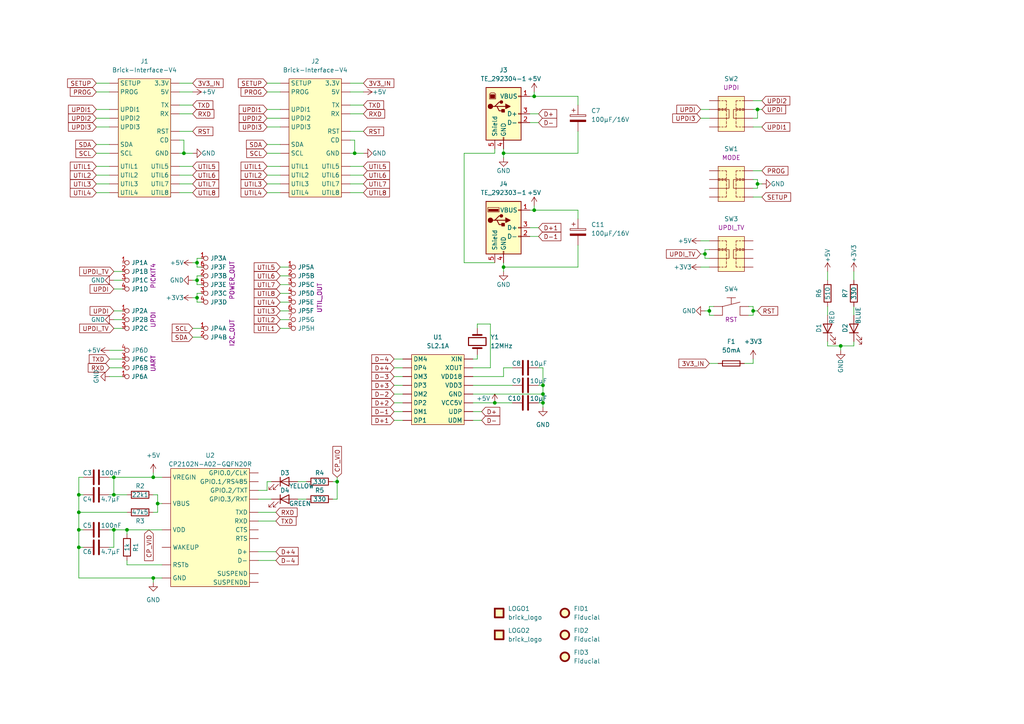
<source format=kicad_sch>
(kicad_sch (version 20211123) (generator eeschema)
  (paper "A4")
  (junction (at 157.48 114.3))
  (junction (at 102.87 44.45))
  (junction (at 146.05 77.47))
  (junction (at 154.94 27.94))
  (junction (at 57.15 86.36))
  (junction (at 33.02 153.67))
  (junction (at 219.71 31.75))
  (junction (at 143.51 116.84))
  (junction (at 36.83 153.67))
  (junction (at 22.86 148.59))
  (junction (at 22.86 143.51))
  (junction (at 44.45 167.64))
  (junction (at 97.79 139.7))
  (junction (at 53.34 44.45))
  (junction (at 44.45 138.43))
  (junction (at 154.94 60.96))
  (junction (at 57.15 76.2))
  (junction (at 204.47 73.66))
  (junction (at 33.02 143.51))
  (junction (at 57.15 81.28))
  (junction (at 45.72 146.05))
  (junction (at 22.86 153.67))
  (junction (at 33.02 138.43))
  (junction (at 22.86 158.75))
  (junction (at 157.48 111.76))
  (junction (at 243.84 100.33))
  (junction (at 205.74 90.17))
  (junction (at 146.05 44.45))
  (junction (at 219.71 53.34))
  (junction (at 157.48 116.84))
  (junction (at 218.44 90.17))
  (wire (pts (xy 218.44 90.17) (xy 218.44 91.44)))
  (wire (pts (xy 52.07 48.26) (xy 55.88 48.26)))
  (wire (pts (xy 81.28 87.63) (xy 83.82 87.63)))
  (wire (pts (xy 27.94 24.13) (xy 31.75 24.13)))
  (wire (pts (xy 22.86 143.51) (xy 22.86 148.59)))
  (wire (pts (xy 114.3 114.3) (xy 116.84 114.3)))
  (wire (pts (xy 205.74 72.39) (xy 204.47 72.39)))
  (wire (pts (xy 77.47 55.88) (xy 81.28 55.88)))
  (wire (pts (xy 86.36 139.7) (xy 88.9 139.7)))
  (wire (pts (xy 36.83 153.67) (xy 46.99 153.67)))
  (wire (pts (xy 247.65 78.74) (xy 247.65 81.28)))
  (wire (pts (xy 114.3 121.92) (xy 116.84 121.92)))
  (wire (pts (xy 33.02 92.71) (xy 35.56 92.71)))
  (wire (pts (xy 137.16 106.68) (xy 142.24 106.68)))
  (wire (pts (xy 33.02 81.28) (xy 35.56 81.28)))
  (wire (pts (xy 240.03 88.9) (xy 240.03 91.44)))
  (wire (pts (xy 27.94 44.45) (xy 31.75 44.45)))
  (wire (pts (xy 52.07 24.13) (xy 55.88 24.13)))
  (wire (pts (xy 44.45 148.59) (xy 45.72 148.59)))
  (wire (pts (xy 44.45 138.43) (xy 46.99 138.43)))
  (wire (pts (xy 53.34 44.45) (xy 55.88 44.45)))
  (wire (pts (xy 247.65 88.9) (xy 247.65 91.44)))
  (wire (pts (xy 22.86 153.67) (xy 22.86 158.75)))
  (wire (pts (xy 78.74 139.7) (xy 77.47 139.7)))
  (wire (pts (xy 77.47 53.34) (xy 81.28 53.34)))
  (wire (pts (xy 45.72 146.05) (xy 46.99 146.05)))
  (wire (pts (xy 219.71 52.07) (xy 218.44 52.07)))
  (wire (pts (xy 55.88 86.36) (xy 57.15 86.36)))
  (wire (pts (xy 57.15 76.2) (xy 57.15 77.47)))
  (wire (pts (xy 167.64 38.1) (xy 167.64 44.45)))
  (wire (pts (xy 77.47 31.75) (xy 81.28 31.75)))
  (wire (pts (xy 55.88 95.25) (xy 58.42 95.25)))
  (wire (pts (xy 97.79 144.78) (xy 96.52 144.78)))
  (wire (pts (xy 33.02 153.67) (xy 36.83 153.67)))
  (wire (pts (xy 52.07 26.67) (xy 55.88 26.67)))
  (wire (pts (xy 240.03 78.74) (xy 240.03 81.28)))
  (wire (pts (xy 134.62 44.45) (xy 134.62 76.2)))
  (wire (pts (xy 27.94 36.83) (xy 31.75 36.83)))
  (wire (pts (xy 215.9 105.41) (xy 218.44 105.41)))
  (wire (pts (xy 153.67 35.56) (xy 156.21 35.56)))
  (wire (pts (xy 27.94 55.88) (xy 31.75 55.88)))
  (wire (pts (xy 137.16 119.38) (xy 139.7 119.38)))
  (wire (pts (xy 218.44 49.53) (xy 220.98 49.53)))
  (wire (pts (xy 52.07 53.34) (xy 55.88 53.34)))
  (wire (pts (xy 58.42 82.55) (xy 57.15 82.55)))
  (wire (pts (xy 218.44 57.15) (xy 220.98 57.15)))
  (wire (pts (xy 207.01 88.9) (xy 205.74 88.9)))
  (wire (pts (xy 143.51 43.18) (xy 143.51 44.45)))
  (wire (pts (xy 81.28 95.25) (xy 83.82 95.25)))
  (wire (pts (xy 114.3 111.76) (xy 116.84 111.76)))
  (wire (pts (xy 52.07 50.8) (xy 55.88 50.8)))
  (wire (pts (xy 52.07 44.45) (xy 53.34 44.45)))
  (wire (pts (xy 143.51 116.84) (xy 148.59 116.84)))
  (wire (pts (xy 58.42 77.47) (xy 57.15 77.47)))
  (wire (pts (xy 33.02 138.43) (xy 33.02 143.51)))
  (wire (pts (xy 137.16 114.3) (xy 157.48 114.3)))
  (wire (pts (xy 31.75 106.68) (xy 35.56 106.68)))
  (wire (pts (xy 203.2 34.29) (xy 205.74 34.29)))
  (wire (pts (xy 138.43 93.98) (xy 138.43 95.25)))
  (wire (pts (xy 33.02 95.25) (xy 35.56 95.25)))
  (wire (pts (xy 146.05 43.18) (xy 146.05 44.45)))
  (wire (pts (xy 52.07 33.02) (xy 55.88 33.02)))
  (wire (pts (xy 205.74 88.9) (xy 205.74 90.17)))
  (wire (pts (xy 167.64 44.45) (xy 146.05 44.45)))
  (wire (pts (xy 137.16 111.76) (xy 148.59 111.76)))
  (wire (pts (xy 146.05 77.47) (xy 146.05 78.74)))
  (wire (pts (xy 77.47 142.24) (xy 74.93 142.24)))
  (wire (pts (xy 154.94 60.96) (xy 167.64 60.96)))
  (wire (pts (xy 31.75 158.75) (xy 33.02 158.75)))
  (wire (pts (xy 218.44 31.75) (xy 219.71 31.75)))
  (wire (pts (xy 220.98 53.34) (xy 219.71 53.34)))
  (wire (pts (xy 157.48 111.76) (xy 157.48 114.3)))
  (wire (pts (xy 203.2 77.47) (xy 205.74 77.47)))
  (wire (pts (xy 204.47 90.17) (xy 205.74 90.17)))
  (wire (pts (xy 101.6 48.26) (xy 105.41 48.26)))
  (wire (pts (xy 154.94 26.67) (xy 154.94 27.94)))
  (wire (pts (xy 33.02 90.17) (xy 35.56 90.17)))
  (wire (pts (xy 218.44 36.83) (xy 220.98 36.83)))
  (wire (pts (xy 27.94 53.34) (xy 31.75 53.34)))
  (wire (pts (xy 22.86 153.67) (xy 24.13 153.67)))
  (wire (pts (xy 137.16 109.22) (xy 146.05 109.22)))
  (wire (pts (xy 154.94 59.69) (xy 154.94 60.96)))
  (wire (pts (xy 31.75 138.43) (xy 33.02 138.43)))
  (wire (pts (xy 22.86 158.75) (xy 22.86 167.64)))
  (wire (pts (xy 22.86 148.59) (xy 36.83 148.59)))
  (wire (pts (xy 204.47 73.66) (xy 204.47 74.93)))
  (wire (pts (xy 217.17 91.44) (xy 218.44 91.44)))
  (wire (pts (xy 157.48 114.3) (xy 157.48 116.84)))
  (wire (pts (xy 240.03 100.33) (xy 243.84 100.33)))
  (wire (pts (xy 167.64 63.5) (xy 167.64 60.96)))
  (wire (pts (xy 57.15 86.36) (xy 57.15 87.63)))
  (wire (pts (xy 31.75 109.22) (xy 35.56 109.22)))
  (wire (pts (xy 157.48 106.68) (xy 157.48 111.76)))
  (wire (pts (xy 57.15 80.01) (xy 57.15 81.28)))
  (wire (pts (xy 143.51 44.45) (xy 134.62 44.45)))
  (wire (pts (xy 101.6 24.13) (xy 105.41 24.13)))
  (wire (pts (xy 33.02 138.43) (xy 44.45 138.43)))
  (wire (pts (xy 134.62 76.2) (xy 143.51 76.2)))
  (wire (pts (xy 243.84 100.33) (xy 243.84 101.6)))
  (wire (pts (xy 157.48 116.84) (xy 157.48 118.11)))
  (wire (pts (xy 52.07 40.64) (xy 53.34 40.64)))
  (wire (pts (xy 57.15 81.28) (xy 57.15 82.55)))
  (wire (pts (xy 101.6 33.02) (xy 105.41 33.02)))
  (wire (pts (xy 114.3 106.68) (xy 116.84 106.68)))
  (wire (pts (xy 52.07 30.48) (xy 55.88 30.48)))
  (wire (pts (xy 58.42 85.09) (xy 57.15 85.09)))
  (wire (pts (xy 33.02 78.74) (xy 35.56 78.74)))
  (wire (pts (xy 27.94 26.67) (xy 31.75 26.67)))
  (wire (pts (xy 146.05 106.68) (xy 146.05 109.22)))
  (wire (pts (xy 101.6 40.64) (xy 102.87 40.64)))
  (wire (pts (xy 154.94 27.94) (xy 167.64 27.94)))
  (wire (pts (xy 97.79 138.43) (xy 97.79 139.7)))
  (wire (pts (xy 156.21 106.68) (xy 157.48 106.68)))
  (wire (pts (xy 22.86 158.75) (xy 24.13 158.75)))
  (wire (pts (xy 52.07 55.88) (xy 55.88 55.88)))
  (wire (pts (xy 74.93 160.02) (xy 80.01 160.02)))
  (wire (pts (xy 207.01 91.44) (xy 205.74 91.44)))
  (wire (pts (xy 22.86 167.64) (xy 44.45 167.64)))
  (wire (pts (xy 81.28 77.47) (xy 83.82 77.47)))
  (wire (pts (xy 31.75 104.14) (xy 35.56 104.14)))
  (wire (pts (xy 77.47 26.67) (xy 81.28 26.67)))
  (wire (pts (xy 77.47 34.29) (xy 81.28 34.29)))
  (wire (pts (xy 81.28 80.01) (xy 83.82 80.01)))
  (wire (pts (xy 96.52 139.7) (xy 97.79 139.7)))
  (wire (pts (xy 156.21 111.76) (xy 157.48 111.76)))
  (wire (pts (xy 77.47 41.91) (xy 81.28 41.91)))
  (wire (pts (xy 53.34 40.64) (xy 53.34 44.45)))
  (wire (pts (xy 44.45 167.64) (xy 46.99 167.64)))
  (wire (pts (xy 153.67 60.96) (xy 154.94 60.96)))
  (wire (pts (xy 81.28 92.71) (xy 83.82 92.71)))
  (wire (pts (xy 114.3 119.38) (xy 116.84 119.38)))
  (wire (pts (xy 77.47 24.13) (xy 81.28 24.13)))
  (wire (pts (xy 101.6 26.67) (xy 105.41 26.67)))
  (wire (pts (xy 58.42 80.01) (xy 57.15 80.01)))
  (wire (pts (xy 218.44 34.29) (xy 219.71 34.29)))
  (wire (pts (xy 153.67 68.58) (xy 156.21 68.58)))
  (wire (pts (xy 219.71 31.75) (xy 219.71 34.29)))
  (wire (pts (xy 77.47 36.83) (xy 81.28 36.83)))
  (wire (pts (xy 33.02 158.75) (xy 33.02 153.67)))
  (wire (pts (xy 77.47 139.7) (xy 77.47 142.24)))
  (wire (pts (xy 137.16 116.84) (xy 143.51 116.84)))
  (wire (pts (xy 36.83 163.83) (xy 36.83 162.56)))
  (wire (pts (xy 138.43 102.87) (xy 138.43 104.14)))
  (wire (pts (xy 142.24 93.98) (xy 138.43 93.98)))
  (wire (pts (xy 58.42 87.63) (xy 57.15 87.63)))
  (wire (pts (xy 31.75 101.6) (xy 35.56 101.6)))
  (wire (pts (xy 27.94 41.91) (xy 31.75 41.91)))
  (wire (pts (xy 52.07 38.1) (xy 55.88 38.1)))
  (wire (pts (xy 55.88 76.2) (xy 57.15 76.2)))
  (wire (pts (xy 101.6 53.34) (xy 105.41 53.34)))
  (wire (pts (xy 217.17 88.9) (xy 218.44 88.9)))
  (wire (pts (xy 45.72 148.59) (xy 45.72 146.05)))
  (wire (pts (xy 101.6 30.48) (xy 105.41 30.48)))
  (wire (pts (xy 44.45 137.16) (xy 44.45 138.43)))
  (wire (pts (xy 114.3 104.14) (xy 116.84 104.14)))
  (wire (pts (xy 101.6 38.1) (xy 105.41 38.1)))
  (wire (pts (xy 153.67 33.02) (xy 156.21 33.02)))
  (wire (pts (xy 97.79 139.7) (xy 97.79 144.78)))
  (wire (pts (xy 45.72 143.51) (xy 45.72 146.05)))
  (wire (pts (xy 24.13 138.43) (xy 22.86 138.43)))
  (wire (pts (xy 36.83 153.67) (xy 36.83 154.94)))
  (wire (pts (xy 142.24 106.68) (xy 142.24 93.98)))
  (wire (pts (xy 219.71 31.75) (xy 220.98 31.75)))
  (wire (pts (xy 46.99 163.83) (xy 36.83 163.83)))
  (wire (pts (xy 77.47 44.45) (xy 81.28 44.45)))
  (wire (pts (xy 203.2 73.66) (xy 204.47 73.66)))
  (wire (pts (xy 81.28 90.17) (xy 83.82 90.17)))
  (wire (pts (xy 86.36 144.78) (xy 88.9 144.78)))
  (wire (pts (xy 153.67 66.04) (xy 156.21 66.04)))
  (wire (pts (xy 203.2 31.75) (xy 205.74 31.75)))
  (wire (pts (xy 243.84 100.33) (xy 247.65 100.33)))
  (wire (pts (xy 102.87 44.45) (xy 105.41 44.45)))
  (wire (pts (xy 218.44 90.17) (xy 219.71 90.17)))
  (wire (pts (xy 247.65 99.06) (xy 247.65 100.33)))
  (wire (pts (xy 44.45 167.64) (xy 44.45 168.91)))
  (wire (pts (xy 101.6 55.88) (xy 105.41 55.88)))
  (wire (pts (xy 218.44 29.21) (xy 220.98 29.21)))
  (wire (pts (xy 77.47 50.8) (xy 81.28 50.8)))
  (wire (pts (xy 219.71 53.34) (xy 219.71 54.61)))
  (wire (pts (xy 55.88 97.79) (xy 58.42 97.79)))
  (wire (pts (xy 27.94 48.26) (xy 31.75 48.26)))
  (wire (pts (xy 58.42 74.93) (xy 57.15 74.93)))
  (wire (pts (xy 146.05 76.2) (xy 146.05 77.47)))
  (wire (pts (xy 148.59 106.68) (xy 146.05 106.68)))
  (wire (pts (xy 219.71 53.34) (xy 219.71 52.07)))
  (wire (pts (xy 55.88 81.28) (xy 57.15 81.28)))
  (wire (pts (xy 22.86 143.51) (xy 24.13 143.51)))
  (wire (pts (xy 27.94 50.8) (xy 31.75 50.8)))
  (wire (pts (xy 153.67 27.94) (xy 154.94 27.94)))
  (wire (pts (xy 81.28 82.55) (xy 83.82 82.55)))
  (wire (pts (xy 44.45 143.51) (xy 45.72 143.51)))
  (wire (pts (xy 31.75 143.51) (xy 33.02 143.51)))
  (wire (pts (xy 31.75 153.67) (xy 33.02 153.67)))
  (wire (pts (xy 218.44 104.14) (xy 218.44 105.41)))
  (wire (pts (xy 57.15 85.09) (xy 57.15 86.36)))
  (wire (pts (xy 205.74 105.41) (xy 208.28 105.41)))
  (wire (pts (xy 205.74 74.93) (xy 204.47 74.93)))
  (wire (pts (xy 74.93 162.56) (xy 80.01 162.56)))
  (wire (pts (xy 137.16 104.14) (xy 138.43 104.14)))
  (wire (pts (xy 218.44 88.9) (xy 218.44 90.17)))
  (wire (pts (xy 167.64 71.12) (xy 167.64 77.47)))
  (wire (pts (xy 81.28 85.09) (xy 83.82 85.09)))
  (wire (pts (xy 74.93 151.13) (xy 80.01 151.13)))
  (wire (pts (xy 74.93 148.59) (xy 80.01 148.59)))
  (wire (pts (xy 22.86 138.43) (xy 22.86 143.51)))
  (wire (pts (xy 101.6 50.8) (xy 105.41 50.8)))
  (wire (pts (xy 102.87 40.64) (xy 102.87 44.45)))
  (wire (pts (xy 156.21 116.84) (xy 157.48 116.84)))
  (wire (pts (xy 77.47 48.26) (xy 81.28 48.26)))
  (wire (pts (xy 204.47 72.39) (xy 204.47 73.66)))
  (wire (pts (xy 167.64 77.47) (xy 146.05 77.47)))
  (wire (pts (xy 240.03 99.06) (xy 240.03 100.33)))
  (wire (pts (xy 167.64 30.48) (xy 167.64 27.94)))
  (wire (pts (xy 146.05 44.45) (xy 146.05 45.72)))
  (wire (pts (xy 114.3 109.22) (xy 116.84 109.22)))
  (wire (pts (xy 33.02 143.51) (xy 36.83 143.51)))
  (wire (pts (xy 57.15 74.93) (xy 57.15 76.2)))
  (wire (pts (xy 27.94 34.29) (xy 31.75 34.29)))
  (wire (pts (xy 27.94 31.75) (xy 31.75 31.75)))
  (wire (pts (xy 22.86 148.59) (xy 22.86 153.67)))
  (wire (pts (xy 218.44 54.61) (xy 219.71 54.61)))
  (wire (pts (xy 101.6 44.45) (xy 102.87 44.45)))
  (wire (pts (xy 137.16 121.92) (xy 139.7 121.92)))
  (wire (pts (xy 33.02 83.82) (xy 35.56 83.82)))
  (wire (pts (xy 205.74 90.17) (xy 205.74 91.44)))
  (wire (pts (xy 74.93 144.78) (xy 78.74 144.78)))
  (wire (pts (xy 203.2 69.85) (xy 205.74 69.85)))
  (wire (pts (xy 114.3 116.84) (xy 116.84 116.84)))
  (global_label "UTIL3" (shape input) (at 81.28 90.17 180) (property "Referenzen zwischen Schaltplänen" "${INTERSHEET_REFS}" (effects hide)))
  (global_label "SETUP" (shape input) (at 27.94 24.13 180) (property "Referenzen zwischen Schaltplänen" "${INTERSHEET_REFS}" (effects hide)))
  (global_label "UTIL4" (shape input) (at 77.47 55.88 180) (property "Referenzen zwischen Schaltplänen" "${INTERSHEET_REFS}" (effects hide)))
  (global_label "UTIL4" (shape input) (at 81.28 87.63 180) (property "Referenzen zwischen Schaltplänen" "${INTERSHEET_REFS}" (effects hide)))
  (global_label "UTIL6" (shape input) (at 105.41 50.8 0) (property "Referenzen zwischen Schaltplänen" "${INTERSHEET_REFS}" (effects hide)))
  (global_label "UTIL1" (shape input) (at 77.47 48.26 180) (property "Referenzen zwischen Schaltplänen" "${INTERSHEET_REFS}" (effects hide)))
  (global_label "UTIL1" (shape input) (at 81.28 95.25 180) (property "Referenzen zwischen Schaltplänen" "${INTERSHEET_REFS}" (effects hide)))
  (global_label "UPDI" (shape input) (at 33.02 90.17 180) (property "Referenzen zwischen Schaltplänen" "${INTERSHEET_REFS}" (effects hide)))
  (global_label "SDA" (shape input) (at 27.94 41.91 180) (property "Referenzen zwischen Schaltplänen" "${INTERSHEET_REFS}" (effects hide)))
  (global_label "UPDI" (shape input) (at 33.02 83.82 180) (property "Referenzen zwischen Schaltplänen" "${INTERSHEET_REFS}" (effects hide)))
  (global_label "UTIL5" (shape input) (at 55.88 48.26 0) (property "Referenzen zwischen Schaltplänen" "${INTERSHEET_REFS}" (effects hide)))
  (global_label "SETUP" (shape input) (at 220.98 57.15 0) (property "Referenzen zwischen Schaltplänen" "${INTERSHEET_REFS}" (effects hide)))
  (global_label "RXD" (shape input) (at 105.41 33.02 0) (property "Referenzen zwischen Schaltplänen" "${INTERSHEET_REFS}" (effects hide)))
  (global_label "3V3_IN" (shape input) (at 205.74 105.41 180) (property "Referenzen zwischen Schaltplänen" "${INTERSHEET_REFS}" (effects hide)))
  (global_label "UTIL5" (shape input) (at 81.28 77.47 180) (property "Referenzen zwischen Schaltplänen" "${INTERSHEET_REFS}" (effects hide)))
  (global_label "TXD" (shape input) (at 105.41 30.48 0) (property "Referenzen zwischen Schaltplänen" "${INTERSHEET_REFS}" (effects hide)))
  (global_label "SCL" (shape input) (at 27.94 44.45 180) (property "Referenzen zwischen Schaltplänen" "${INTERSHEET_REFS}" (effects hide)))
  (global_label "CP_VIO" (shape input) (at 97.79 138.43 90) (property "Referenzen zwischen Schaltplänen" "${INTERSHEET_REFS}" (effects hide)))
  (global_label "D-1" (shape input) (at 156.21 68.58 0) (property "Referenzen zwischen Schaltplänen" "${INTERSHEET_REFS}" (effects hide)))
  (global_label "D+4" (shape input) (at 80.01 160.02 0) (property "Referenzen zwischen Schaltplänen" "${INTERSHEET_REFS}" (effects hide)))
  (global_label "TXD" (shape input) (at 80.01 151.13 0) (property "Referenzen zwischen Schaltplänen" "${INTERSHEET_REFS}" (effects hide)))
  (global_label "PROG" (shape input) (at 77.47 26.67 180) (property "Referenzen zwischen Schaltplänen" "${INTERSHEET_REFS}" (effects hide)))
  (global_label "UPDI_TV" (shape input) (at 33.02 95.25 180) (property "Referenzen zwischen Schaltplänen" "${INTERSHEET_REFS}" (effects hide)))
  (global_label "RST" (shape input) (at 219.71 90.17 0) (property "Referenzen zwischen Schaltplänen" "${INTERSHEET_REFS}" (effects hide)))
  (global_label "UTIL6" (shape input) (at 81.28 80.01 180) (property "Referenzen zwischen Schaltplänen" "${INTERSHEET_REFS}" (effects hide)))
  (global_label "D-" (shape input) (at 156.21 35.56 0) (property "Referenzen zwischen Schaltplänen" "${INTERSHEET_REFS}" (effects hide)))
  (global_label "UTIL8" (shape input) (at 55.88 55.88 0) (property "Referenzen zwischen Schaltplänen" "${INTERSHEET_REFS}" (effects hide)))
  (global_label "UPDI3" (shape input) (at 27.94 36.83 180) (property "Referenzen zwischen Schaltplänen" "${INTERSHEET_REFS}" (effects hide)))
  (global_label "UTIL3" (shape input) (at 27.94 53.34 180) (property "Referenzen zwischen Schaltplänen" "${INTERSHEET_REFS}" (effects hide)))
  (global_label "UTIL2" (shape input) (at 27.94 50.8 180) (property "Referenzen zwischen Schaltplänen" "${INTERSHEET_REFS}" (effects hide)))
  (global_label "3V3_IN" (shape input) (at 55.88 24.13 0) (property "Referenzen zwischen Schaltplänen" "${INTERSHEET_REFS}" (effects hide)))
  (global_label "UPDI1" (shape input) (at 220.98 36.83 0) (property "Referenzen zwischen Schaltplänen" "${INTERSHEET_REFS}" (effects hide)))
  (global_label "UPDI3" (shape input) (at 77.47 36.83 180) (property "Referenzen zwischen Schaltplänen" "${INTERSHEET_REFS}" (effects hide)))
  (global_label "CP_VIO" (shape input) (at 43.18 153.67 270) (property "Referenzen zwischen Schaltplänen" "${INTERSHEET_REFS}" (effects hide)))
  (global_label "UTIL7" (shape input) (at 81.28 82.55 180) (property "Referenzen zwischen Schaltplänen" "${INTERSHEET_REFS}" (effects hide)))
  (global_label "RXD" (shape input) (at 31.75 106.68 180) (property "Referenzen zwischen Schaltplänen" "${INTERSHEET_REFS}" (effects hide)))
  (global_label "UTIL7" (shape input) (at 105.41 53.34 0) (property "Referenzen zwischen Schaltplänen" "${INTERSHEET_REFS}" (effects hide)))
  (global_label "D-2" (shape input) (at 114.3 114.3 180) (property "Referenzen zwischen Schaltplänen" "${INTERSHEET_REFS}" (effects hide)))
  (global_label "UPDI1" (shape input) (at 27.94 31.75 180) (property "Referenzen zwischen Schaltplänen" "${INTERSHEET_REFS}" (effects hide)))
  (global_label "UPDI" (shape input) (at 203.2 31.75 180) (property "Referenzen zwischen Schaltplänen" "${INTERSHEET_REFS}" (effects hide)))
  (global_label "D-1" (shape input) (at 114.3 119.38 180) (property "Referenzen zwischen Schaltplänen" "${INTERSHEET_REFS}" (effects hide)))
  (global_label "D+3" (shape input) (at 114.3 111.76 180) (property "Referenzen zwischen Schaltplänen" "${INTERSHEET_REFS}" (effects hide)))
  (global_label "UPDI2" (shape input) (at 27.94 34.29 180) (property "Referenzen zwischen Schaltplänen" "${INTERSHEET_REFS}" (effects hide)))
  (global_label "SDA" (shape input) (at 77.47 41.91 180) (property "Referenzen zwischen Schaltplänen" "${INTERSHEET_REFS}" (effects hide)))
  (global_label "3V3_IN" (shape input) (at 105.41 24.13 0) (property "Referenzen zwischen Schaltplänen" "${INTERSHEET_REFS}" (effects hide)))
  (global_label "UPDI2" (shape input) (at 77.47 34.29 180) (property "Referenzen zwischen Schaltplänen" "${INTERSHEET_REFS}" (effects hide)))
  (global_label "UPDI1" (shape input) (at 77.47 31.75 180) (property "Referenzen zwischen Schaltplänen" "${INTERSHEET_REFS}" (effects hide)))
  (global_label "D-" (shape input) (at 139.7 121.92 0) (property "Referenzen zwischen Schaltplänen" "${INTERSHEET_REFS}" (effects hide)))
  (global_label "UPDI_TV" (shape input) (at 203.2 73.66 180) (property "Referenzen zwischen Schaltplänen" "${INTERSHEET_REFS}" (effects hide)))
  (global_label "D-3" (shape input) (at 114.3 109.22 180) (property "Referenzen zwischen Schaltplänen" "${INTERSHEET_REFS}" (effects hide)))
  (global_label "RXD" (shape input) (at 80.01 148.59 0) (property "Referenzen zwischen Schaltplänen" "${INTERSHEET_REFS}" (effects hide)))
  (global_label "D+1" (shape input) (at 156.21 66.04 0) (property "Referenzen zwischen Schaltplänen" "${INTERSHEET_REFS}" (effects hide)))
  (global_label "UPDI3" (shape input) (at 203.2 34.29 180) (property "Referenzen zwischen Schaltplänen" "${INTERSHEET_REFS}" (effects hide)))
  (global_label "PROG" (shape input) (at 27.94 26.67 180) (property "Referenzen zwischen Schaltplänen" "${INTERSHEET_REFS}" (effects hide)))
  (global_label "SCL" (shape input) (at 55.88 95.25 180) (property "Referenzen zwischen Schaltplänen" "${INTERSHEET_REFS}" (effects hide)))
  (global_label "D+" (shape input) (at 139.7 119.38 0) (property "Referenzen zwischen Schaltplänen" "${INTERSHEET_REFS}" (effects hide)))
  (global_label "D+2" (shape input) (at 114.3 116.84 180) (property "Referenzen zwischen Schaltplänen" "${INTERSHEET_REFS}" (effects hide)))
  (global_label "SETUP" (shape input) (at 77.47 24.13 180) (property "Referenzen zwischen Schaltplänen" "${INTERSHEET_REFS}" (effects hide)))
  (global_label "D+4" (shape input) (at 114.3 106.68 180) (property "Referenzen zwischen Schaltplänen" "${INTERSHEET_REFS}" (effects hide)))
  (global_label "UTIL4" (shape input) (at 27.94 55.88 180) (property "Referenzen zwischen Schaltplänen" "${INTERSHEET_REFS}" (effects hide)))
  (global_label "RST" (shape input) (at 105.41 38.1 0) (property "Referenzen zwischen Schaltplänen" "${INTERSHEET_REFS}" (effects hide)))
  (global_label "UTIL8" (shape input) (at 81.28 85.09 180) (property "Referenzen zwischen Schaltplänen" "${INTERSHEET_REFS}" (effects hide)))
  (global_label "UTIL8" (shape input) (at 105.41 55.88 0) (property "Referenzen zwischen Schaltplänen" "${INTERSHEET_REFS}" (effects hide)))
  (global_label "D-4" (shape input) (at 114.3 104.14 180) (property "Referenzen zwischen Schaltplänen" "${INTERSHEET_REFS}" (effects hide)))
  (global_label "D+" (shape input) (at 156.21 33.02 0) (property "Referenzen zwischen Schaltplänen" "${INTERSHEET_REFS}" (effects hide)))
  (global_label "SCL" (shape input) (at 77.47 44.45 180) (property "Referenzen zwischen Schaltplänen" "${INTERSHEET_REFS}" (effects hide)))
  (global_label "UTIL3" (shape input) (at 77.47 53.34 180) (property "Referenzen zwischen Schaltplänen" "${INTERSHEET_REFS}" (effects hide)))
  (global_label "UTIL7" (shape input) (at 55.88 53.34 0) (property "Referenzen zwischen Schaltplänen" "${INTERSHEET_REFS}" (effects hide)))
  (global_label "UPDI" (shape input) (at 220.98 31.75 0) (property "Referenzen zwischen Schaltplänen" "${INTERSHEET_REFS}" (effects hide)))
  (global_label "PROG" (shape input) (at 220.98 49.53 0) (property "Referenzen zwischen Schaltplänen" "${INTERSHEET_REFS}" (effects hide)))
  (global_label "TXD" (shape input) (at 31.75 104.14 180) (property "Referenzen zwischen Schaltplänen" "${INTERSHEET_REFS}" (effects hide)))
  (global_label "D-4" (shape input) (at 80.01 162.56 0) (property "Referenzen zwischen Schaltplänen" "${INTERSHEET_REFS}" (effects hide)))
  (global_label "TXD" (shape input) (at 55.88 30.48 0) (property "Referenzen zwischen Schaltplänen" "${INTERSHEET_REFS}" (effects hide)))
  (global_label "UPDI2" (shape input) (at 220.98 29.21 0) (property "Referenzen zwischen Schaltplänen" "${INTERSHEET_REFS}" (effects hide)))
  (global_label "UPDI_TV" (shape input) (at 33.02 78.74 180) (property "Referenzen zwischen Schaltplänen" "${INTERSHEET_REFS}" (effects hide)))
  (global_label "RST" (shape input) (at 55.88 38.1 0) (property "Referenzen zwischen Schaltplänen" "${INTERSHEET_REFS}" (effects hide)))
  (global_label "SDA" (shape input) (at 55.88 97.79 180) (property "Referenzen zwischen Schaltplänen" "${INTERSHEET_REFS}" (effects hide)))
  (global_label "UTIL1" (shape input) (at 27.94 48.26 180) (property "Referenzen zwischen Schaltplänen" "${INTERSHEET_REFS}" (effects hide)))
  (global_label "D+1" (shape input) (at 114.3 121.92 180) (property "Referenzen zwischen Schaltplänen" "${INTERSHEET_REFS}" (effects hide)))
  (global_label "UTIL2" (shape input) (at 81.28 92.71 180) (property "Referenzen zwischen Schaltplänen" "${INTERSHEET_REFS}" (effects hide)))
  (global_label "UTIL5" (shape input) (at 105.41 48.26 0) (property "Referenzen zwischen Schaltplänen" "${INTERSHEET_REFS}" (effects hide)))
  (global_label "UTIL2" (shape input) (at 77.47 50.8 180) (property "Referenzen zwischen Schaltplänen" "${INTERSHEET_REFS}" (effects hide)))
  (global_label "UTIL6" (shape input) (at 55.88 50.8 0) (property "Referenzen zwischen Schaltplänen" "${INTERSHEET_REFS}" (effects hide)))
  (global_label "RXD" (shape input) (at 55.88 33.02 0) (property "Referenzen zwischen Schaltplänen" "${INTERSHEET_REFS}" (effects hide)))
  (symbol (lib_id "Device:C") (at 152.4 116.84 90) (unit 1)
    (property "Reference" "C10" (at 151.13 115.57 90) (effects (justify left)))
    (property "Value" "10µF" (at 153.67 115.57 90) (effects (justify right)))
    (property "Footprint" "Capacitor_SMD:C_0805_2012Metric" (effects hide))
    (property "Storage" "MAG4" (effects hide))
  )
  (symbol (lib_id "Device:R") (at 40.64 148.59 270) (unit 1)
    (property "Reference" "R3" (at 40.64 151.13 90))
    (property "Value" "47k5" (at 40.64 148.59 90))
    (property "Footprint" "Resistor_SMD:R_0805_2012Metric" (effects hide))
    (property "Storage" "MAG2" (effects hide))
  )
  (symbol (lib_id "no_pinhd:PINHD_1X03") (at 36.83 92.71 0) (unit 2)
    (property "Reference" "JP2" (at 38.1 92.7099 0) (effects (justify left)))
    (property "Value" "PINHD_1X03" (effects hide))
    (property "Footprint" "no_pinhd:PINHD_1X03_2.54_1mm_Round" (effects hide))
    (property "Desc" "UPDI" (effects hide))
    (property "Reference" "JP2" (effects hide))
    (property "Value" "PINHD_1X03" (effects hide))
    (property "DNP" "true" (effects hide))
  )
  (symbol (lib_id "power:+5V") (at 55.88 76.2 90) (unit 1)
    (property "Reference" "#PWR011" (effects hide))
    (property "Value" "+5V" (at 53.34 76.2 90) (effects (justify left)))
  )
  (symbol (lib_id "Device:C") (at 152.4 106.68 90) (unit 1)
    (property "Reference" "C8" (at 151.13 105.41 90) (effects (justify left)))
    (property "Value" "10µF" (at 153.67 105.41 90) (effects (justify right)))
    (property "Footprint" "Capacitor_SMD:C_0805_2012Metric" (effects hide))
    (property "Storage" "MAG4" (effects hide))
  )
  (symbol (lib_id "Device:C") (at 27.94 143.51 90) (unit 1)
    (property "Reference" "C4" (at 26.67 144.78 90) (effects (justify left)))
    (property "Value" "4.7µF" (at 29.21 144.78 90) (effects (justify right)))
    (property "Footprint" "Capacitor_SMD:C_0805_2012Metric" (effects hide))
    (property "Storage" "MAG4" (effects hide))
  )
  (symbol (lib_id "Device:R") (at 247.65 85.09 0) (unit 1)
    (property "Reference" "R7" (at 245.11 85.09 90))
    (property "Value" "330" (at 247.65 85.09 90))
    (property "Footprint" "no_common:R_0603_1608Metric" (effects hide))
    (property "Storage" "MAG1" (effects hide))
    (property "StorageDesc" "6030" (effects hide))
  )
  (symbol (lib_id "no_pinhd:PINHD_1X04") (at 36.83 83.82 0) (unit 4)
    (property "Reference" "JP1" (at 38.1 83.8199 0) (effects (justify left)))
    (property "Value" "PINHD_1X04" (effects hide))
    (property "Footprint" "no_pinhd:PINHD_1X04_2.54_1mm_Round" (effects hide))
    (property "Desc" "PICKIT4" (effects hide))
    (property "Reference" "JP1" (effects hide))
    (property "Value" "PINHD_1X04" (effects hide))
    (property "DNP" "true" (effects hide))
  )
  (symbol (lib_id "no_pinhd:PINHD_1X04") (at 36.83 106.68 0) (unit 2)
    (property "Reference" "JP6" (at 38.1 106.6799 0) (effects (justify left)))
    (property "Value" "PINHD_1X04" (effects hide))
    (property "Footprint" "no_pinhd:PINHD_1X04_2.54_1mm_Round" (effects hide))
    (property "Desc" "UART" (effects hide))
    (property "DNP" "true" (effects hide))
  )
  (symbol (lib_id "power:GND") (at 157.48 118.11 0) (unit 1)
    (property "Reference" "#PWR06" (effects hide))
    (property "Value" "GND" (at 157.48 123.19 0))
  )
  (symbol (lib_id "power:+5V") (at 154.94 26.67 0) (unit 1)
    (property "Reference" "#PWR016" (effects hide))
    (property "Value" "+5V" (at 154.94 22.86 0))
  )
  (symbol (lib_id "power:+5V") (at 105.41 26.67 270) (unit 1)
    (property "Reference" "#PWR0103" (effects hide))
    (property "Value" "+5V" (at 107.95 26.67 90) (effects (justify left)))
  )
  (symbol (lib_id "Device:LED") (at 240.03 95.25 90) (unit 1)
    (property "Reference" "D1" (at 237.49 96.52 0) (effects (justify left)))
    (property "Value" "RED" (at 241.3 93.98 0) (effects (justify left)))
    (property "Footprint" "no_common:LED_0805_2012Metric" (effects hide))
    (property "Desc" "PWR" (effects hide))
    (property "Storage" "MAG4" (effects hide))
    (property "StorageDesc" "LED OrangeRed" (effects hide))
  )
  (symbol (lib_id "no_pinhd:PINHD_1X03") (at 36.83 95.25 0) (unit 3)
    (property "Reference" "JP2" (at 38.1 95.2499 0) (effects (justify left)))
    (property "Value" "PINHD_1X03" (effects hide))
    (property "Footprint" "no_pinhd:PINHD_1X03_2.54_1mm_Round" (effects hide))
    (property "Desc" "UPDI" (effects hide))
    (property "Reference" "JP2" (effects hide))
    (property "Value" "PINHD_1X03" (effects hide))
    (property "DNP" "true" (effects hide))
  )
  (symbol (lib_id "power:+3V3") (at 247.65 78.74 0) (unit 1)
    (property "Reference" "#PWR020" (effects hide))
    (property "Value" "+3V3" (at 247.65 76.2 90) (effects (justify left)))
  )
  (symbol (lib_id "no_pinhd:PINHD_2X04") (at 85.09 90.17 0) (unit 6)
    (property "Reference" "JP5" (at 86.36 90.1699 0) (effects (justify left)))
    (property "Value" "PINHD_2X04" (effects hide))
    (property "Footprint" "no_pinhd:PINHD_2X04_2.54_1mm_Round" (effects hide))
    (property "Desc" "UTIL_OUT" (effects hide))
    (property "Reference" "JP5" (effects hide))
    (property "Value" "PINHD_2X04" (effects hide))
    (property "DNP" "true" (effects hide))
  )
  (symbol (lib_id "power:+5V") (at 154.94 59.69 0) (unit 1)
    (property "Reference" "#PWR017" (effects hide))
    (property "Value" "+5V" (at 154.94 55.88 0))
  )
  (symbol (lib_id "no_pinhd:PINHD_1x02") (at 59.69 97.79 0) (unit 2)
    (property "Reference" "JP4" (at 60.96 97.7899 0) (effects (justify left)))
    (property "Value" "PINHD_1x02" (effects hide))
    (property "Footprint" "no_pinhd:PINHD_1X02_2.54_1mm_Round" (effects hide))
    (property "Desc" "I2C_OUT" (effects hide))
    (property "Reference" "JP4" (effects hide))
    (property "Value" "PINHD_1x02" (effects hide))
    (property "DNP" "true" (effects hide))
  )
  (symbol (lib_id "no_brick_interface:Brick-Interface-V4") (at 41.91 40.64 0) (unit 1)
    (property "Reference" "J1" (at 41.91 17.78 0))
    (property "Value" "Brick-Interface-V4" (at 41.91 20.32 0))
    (property "Footprint" "no_brick_interface:Brick_Interface_V4_iside" (effects hide))
    (property "Handsolder" "true" (effects hide))
    (property "Storage" "SK2 1x4" (effects hide))
    (property "StorageDesc" "PCIE 1x THD" (effects hide))
  )
  (symbol (lib_id "power:GND") (at 146.05 45.72 0) (unit 1)
    (property "Reference" "#PWR014" (effects hide))
    (property "Value" "GND" (at 146.05 49.53 0))
  )
  (symbol (lib_id "no_pinhd:PINHD_2X03") (at 59.69 80.01 0) (unit 2)
    (property "Reference" "JP3" (at 60.96 80.0099 0) (effects (justify left)))
    (property "Value" "PINHD_2X03" (effects hide))
    (property "Footprint" "no_pinhd:PINHD_2X03_2.54_1mm_Round" (effects hide))
    (property "Desc" "POWER_OUT" (effects hide))
    (property "Reference" "JP3" (effects hide))
    (property "Value" "PINHD_2X03" (effects hide))
    (property "DNP" "true" (effects hide))
  )
  (symbol (lib_id "no_common:K3-2336S-F1") (at 212.09 73.66 0) (unit 1)
    (property "Reference" "SW3" (at 212.09 63.5 0))
    (property "Value" "K3-2336S-F1" (effects hide))
    (property "Footprint" "no_common:K3-2336S-F1" (effects hide))
    (property "Desc" "UPDI_TV" (at 212.09 66.04 0))
    (property "Storage" "SK1 2x2" (effects hide))
    (property "StorageDesc" "K3-2336S-F1" (effects hide))
  )
  (symbol (lib_id "power:GND") (at 55.88 44.45 90) (unit 1)
    (property "Reference" "#PWR02" (effects hide))
    (property "Value" "GND" (at 58.42 44.45 90) (effects (justify right)))
  )
  (symbol (lib_id "no_pinhd:PINHD_1X04") (at 36.83 78.74 0) (unit 2)
    (property "Reference" "JP1" (at 38.1 78.7399 0) (effects (justify left)))
    (property "Value" "PINHD_1X04" (effects hide))
    (property "Footprint" "no_pinhd:PINHD_1X04_2.54_1mm_Round" (effects hide))
    (property "Desc" "PICKIT4" (effects hide))
    (property "Reference" "JP1" (effects hide))
    (property "Value" "PINHD_1X04" (effects hide))
    (property "DNP" "true" (effects hide))
  )
  (symbol (lib_id "Device:R") (at 40.64 143.51 90) (unit 1)
    (property "Reference" "R2" (at 40.64 140.97 90))
    (property "Value" "22k1" (at 40.64 143.51 90))
    (property "Footprint" "Resistor_SMD:R_0805_2012Metric" (effects hide))
    (property "Storage" "MAG2" (effects hide))
  )
  (symbol (lib_id "Device:C") (at 27.94 158.75 90) (unit 1)
    (property "Reference" "C6" (at 26.67 160.02 90) (effects (justify left)))
    (property "Value" "4.7µF" (at 29.21 160.02 90) (effects (justify right)))
    (property "Footprint" "Capacitor_SMD:C_0805_2012Metric" (effects hide))
    (property "Storage" "MAG4" (effects hide))
  )
  (symbol (lib_id "power:GND") (at 33.02 81.28 270) (unit 1)
    (property "Reference" "#PWR08" (effects hide))
    (property "Value" "GND" (at 30.48 81.28 90) (effects (justify right)))
  )
  (symbol (lib_id "no_brick_logo:brick_logo") (at 144.78 177.8 0) (unit 1)
    (property "Reference" "LOGO1" (at 147.32 176.5299 0) (effects (justify left)))
    (property "Value" "brick_logo" (at 147.32 179.0699 0) (effects (justify left)))
    (property "Footprint" "no_brick_logo:x8mm" (effects hide))
    (property "DNP" "true" (effects hide))
  )
  (symbol (lib_id "no_common:K3-2336S-F1") (at 212.09 33.02 0) (unit 1)
    (property "Reference" "SW2" (at 212.09 22.86 0))
    (property "Value" "K3-2336S-F1" (effects hide))
    (property "Footprint" "no_common:K3-2336S-F1" (effects hide))
    (property "Desc" "UPDI" (at 212.09 25.4 0))
    (property "Storage" "SK1 2x2" (effects hide))
    (property "StorageDesc" "K3-2336S-F1" (effects hide))
  )
  (symbol (lib_id "power:GND") (at 105.41 44.45 90) (unit 1)
    (property "Reference" "#PWR0101" (effects hide))
    (property "Value" "GND" (at 107.95 44.45 90) (effects (justify right)))
  )
  (symbol (lib_id "Device:C_Polarized") (at 167.64 67.31 0) (unit 1)
    (property "Reference" "C11" (at 171.45 65.1509 0) (effects (justify left)))
    (property "Value" "100µF/16V" (at 171.45 67.6909 0) (effects (justify left)))
    (property "Footprint" "Capacitor_SMD:CP_Elec_5x5.4" (effects hide))
    (property "Storage" "SK1 4x1" (effects hide))
    (property "StorageDesc" "100µF" (effects hide))
  )
  (symbol (lib_id "no_pinhd:PINHD_1X04") (at 36.83 101.6 0) (unit 4)
    (property "Reference" "JP6" (at 38.1 101.5999 0) (effects (justify left)))
    (property "Value" "PINHD_1X04" (effects hide))
    (property "Footprint" "no_pinhd:PINHD_1X04_2.54_1mm_Round" (effects hide))
    (property "Desc" "UART" (effects hide))
    (property "DNP" "true" (effects hide))
  )
  (symbol (lib_id "power:+5V") (at 55.88 26.67 270) (unit 1)
    (property "Reference" "#PWR01" (effects hide))
    (property "Value" "+5V" (at 58.42 26.67 90) (effects (justify left)))
  )
  (symbol (lib_id "no_pinhd:PINHD_1X03") (at 36.83 90.17 0) (unit 1)
    (property "Reference" "JP2" (at 38.1 90.1699 0) (effects (justify left)))
    (property "Value" "PINHD_1X03" (effects hide))
    (property "Footprint" "no_pinhd:PINHD_1X03_2.54_1mm_Round" (effects hide))
    (property "Desc" "UPDI" (at 44.45 92.71 90))
    (property "Reference" "JP2" (effects hide))
    (property "Value" "PINHD_1X03" (effects hide))
    (property "DNP" "true" (effects hide))
  )
  (symbol (lib_id "no_pinhd:PINHD_1X04") (at 36.83 76.2 0) (unit 1)
    (property "Reference" "JP1" (at 38.1 76.1999 0) (effects (justify left)))
    (property "Value" "PINHD_1X04" (effects hide))
    (property "Footprint" "no_pinhd:PINHD_1X04_2.54_1mm_Round" (effects hide))
    (property "Desc" "PICKIT4" (at 44.45 80.01 90))
    (property "Reference" "JP1" (effects hide))
    (property "Value" "PINHD_1X04" (effects hide))
    (property "DNP" "true" (effects hide))
  )
  (symbol (lib_id "Device:R") (at 36.83 158.75 0) (unit 1)
    (property "Reference" "R1" (at 39.37 158.75 90))
    (property "Value" "1k" (at 36.83 158.75 90))
    (property "Footprint" "Resistor_SMD:R_0805_2012Metric" (effects hide))
    (property "Desc" "MAG1" (effects hide))
    (property "Storage" "MAG1" (effects hide))
  )
  (symbol (lib_id "Device:LED") (at 82.55 144.78 0) (unit 1)
    (property "Reference" "D4" (at 81.28 142.24 0) (effects (justify left)))
    (property "Value" "GREEN" (at 83.82 146.05 0) (effects (justify left)))
    (property "Footprint" "no_common:LED_0805_2012Metric" (effects hide))
    (property "Desc" "RX" (effects hide))
    (property "Storage" "MAG4" (effects hide))
    (property "StorageDesc" "LED Green" (effects hide))
  )
  (symbol (lib_id "no_pinhd:PINHD_2X04") (at 85.09 87.63 0) (unit 5)
    (property "Reference" "JP5" (at 86.36 87.6299 0) (effects (justify left)))
    (property "Value" "PINHD_2X04" (effects hide))
    (property "Footprint" "no_pinhd:PINHD_2X04_2.54_1mm_Round" (effects hide))
    (property "Desc" "UTIL_OUT" (effects hide))
    (property "Reference" "JP5" (effects hide))
    (property "Value" "PINHD_2X04" (effects hide))
    (property "DNP" "true" (effects hide))
  )
  (symbol (lib_id "power:GND") (at 31.75 109.22 270) (unit 1)
    (property "Reference" "#PWR0108" (effects hide))
    (property "Value" "GND" (at 27.94 109.22 0))
  )
  (symbol (lib_id "power:+3V3") (at 203.2 77.47 90) (unit 1)
    (property "Reference" "#PWR07" (effects hide))
    (property "Value" "+3V3" (at 200.66 77.47 90) (effects (justify left)))
  )
  (symbol (lib_id "Device:LED") (at 247.65 95.25 90) (unit 1)
    (property "Reference" "D2" (at 245.11 96.52 0) (effects (justify left)))
    (property "Value" "BLUE" (at 248.92 93.98 0) (effects (justify left)))
    (property "Footprint" "no_common:LED_0805_2012Metric" (effects hide))
    (property "Desc" "BRICK" (effects hide))
    (property "Storage" "MAG4" (effects hide))
    (property "StorageDesc" "LED Blue" (effects hide))
  )
  (symbol (lib_id "power:+5V") (at 143.51 116.84 0) (unit 1)
    (property "Reference" "#PWR05" (effects hide))
    (property "Value" "+5V" (at 142.24 115.57 0) (effects (justify right)))
  )
  (symbol (lib_id "Mechanical:Fiducial") (at 163.83 184.15 0) (unit 1)
    (property "Reference" "FID2" (at 166.37 182.8799 0) (effects (justify left)))
    (property "Value" "Fiducial" (at 166.37 185.4199 0) (effects (justify left)))
    (property "Footprint" "Fiducial:Fiducial_1mm_Mask2mm" (effects hide))
    (property "DNP" "true" (effects hide))
  )
  (symbol (lib_id "power:GND") (at 146.05 78.74 0) (unit 1)
    (property "Reference" "#PWR015" (effects hide))
    (property "Value" "GND" (at 146.05 82.55 0))
  )
  (symbol (lib_id "no_pinhd:PINHD_2X04") (at 85.09 85.09 0) (unit 4)
    (property "Reference" "JP5" (at 86.36 85.0899 0) (effects (justify left)))
    (property "Value" "PINHD_2X04" (effects hide))
    (property "Footprint" "no_pinhd:PINHD_2X04_2.54_1mm_Round" (effects hide))
    (property "Desc" "UTIL_OUT" (effects hide))
    (property "Reference" "JP5" (effects hide))
    (property "Value" "PINHD_2X04" (effects hide))
    (property "DNP" "true" (effects hide))
  )
  (symbol (lib_id "power:GND") (at 204.47 90.17 270) (unit 1)
    (property "Reference" "#PWR04" (effects hide))
    (property "Value" "GND" (at 201.93 90.17 90) (effects (justify right)))
  )
  (symbol (lib_id "no_common:TE_292303-1") (at 146.05 66.04 0) (unit 1)
    (property "Reference" "J4" (at 146.05 53.34 0))
    (property "Value" "TE_292303-1" (at 146.05 55.88 0))
    (property "Footprint" "Connector_USB:USB_A_Stewart_SS-52100-001_Horizontal" (effects hide))
    (property "Handsolder" "true" (effects hide))
    (property "Storage" "SK2 1x3" (effects hide))
    (property "StorageDesc" "USB TypeA" (effects hide))
  )
  (symbol (lib_id "no_brick_interface:Brick-Interface-V4") (at 91.44 40.64 0) (unit 1)
    (property "Reference" "J2" (at 91.44 17.78 0))
    (property "Value" "Brick-Interface-V4" (at 91.44 20.32 0))
    (property "Footprint" "no_brick_interface:Brick_Interface_V4_iside_straddle" (effects hide))
    (property "Handsolder" "true" (effects hide))
    (property "Storage" "SK2 1x4" (effects hide))
    (property "StorageDesc" "PCIE 1x Straddle" (effects hide))
  )
  (symbol (lib_id "no_pinhd:PINHD_2X03") (at 59.69 77.47 0) (unit 6)
    (property "Reference" "JP3" (at 60.96 77.4699 0) (effects (justify left)))
    (property "Value" "PINHD_2X03" (effects hide))
    (property "Footprint" "no_pinhd:PINHD_2X03_2.54_1mm_Round" (effects hide))
    (property "Desc" "POWER_OUT" (effects hide))
    (property "Reference" "JP3" (effects hide))
    (property "Value" "PINHD_2X03" (effects hide))
    (property "DNP" "true" (effects hide))
  )
  (symbol (lib_id "power:GND") (at 243.84 101.6 0) (unit 1)
    (property "Reference" "#PWR019" (effects hide))
    (property "Value" "GND" (at 243.84 104.14 90) (effects (justify right)))
  )
  (symbol (lib_id "power:GND") (at 33.02 92.71 270) (unit 1)
    (property "Reference" "#PWR010" (effects hide))
    (property "Value" "GND" (at 30.48 92.71 90) (effects (justify right)))
  )
  (symbol (lib_id "Device:LED") (at 82.55 139.7 0) (unit 1)
    (property "Reference" "D3" (at 81.28 137.16 0) (effects (justify left)))
    (property "Value" "YELLOW" (at 83.82 140.97 0) (effects (justify left)))
    (property "Footprint" "no_common:LED_0805_2012Metric" (effects hide))
    (property "Desc" "TX" (effects hide))
    (property "Storage" "MAG4" (effects hide))
    (property "StorageDesc" "LED Yellow" (effects hide))
  )
  (symbol (lib_id "no_common:SL2.1A") (at 127 113.03 0) (unit 1)
    (property "Reference" "U1" (at 127 97.79 0))
    (property "Value" "SL2.1A" (at 127 100.33 0))
    (property "Footprint" "Package_SO:SOP-16_3.9x9.9mm_P1.27mm" (effects hide))
    (property "Storage" "SK1 4x4" (effects hide))
    (property "StorageDesc" "SL2.1A" (effects hide))
  )
  (symbol (lib_id "Device:C") (at 27.94 153.67 90) (unit 1)
    (property "Reference" "C5" (at 26.67 152.4 90) (effects (justify left)))
    (property "Value" "100nF" (at 29.21 152.4 90) (effects (justify right)))
    (property "Footprint" "Capacitor_SMD:C_0805_2012Metric" (effects hide))
    (property "Storage" "MAG4" (effects hide))
  )
  (symbol (lib_id "power:+5V") (at 240.03 78.74 0) (unit 1)
    (property "Reference" "#PWR018" (effects hide))
    (property "Value" "+5V" (at 240.03 76.2 90) (effects (justify left)))
  )
  (symbol (lib_id "no_pinhd:PINHD_2X03") (at 59.69 85.09 0) (unit 3)
    (property "Reference" "JP3" (at 60.96 85.0899 0) (effects (justify left)))
    (property "Value" "PINHD_2X03" (effects hide))
    (property "Footprint" "no_pinhd:PINHD_2X03_2.54_1mm_Round" (effects hide))
    (property "Desc" "POWER_OUT" (effects hide))
    (property "Reference" "JP3" (effects hide))
    (property "Value" "PINHD_2X03" (effects hide))
    (property "DNP" "true" (effects hide))
  )
  (symbol (lib_id "power:+5V") (at 31.75 101.6 90) (unit 1)
    (property "Reference" "#PWR0109" (effects hide))
    (property "Value" "+5V" (at 29.21 101.6 90) (effects (justify left)))
  )
  (symbol (lib_id "Device:R") (at 240.03 85.09 0) (unit 1)
    (property "Reference" "R6" (at 237.49 85.09 90))
    (property "Value" "510" (at 240.03 85.09 90))
    (property "Footprint" "no_common:R_0603_1608Metric" (effects hide))
    (property "Storage" "MAG1" (effects hide))
    (property "StorageDesc" "6030" (effects hide))
  )
  (symbol (lib_id "no_pinhd:PINHD_2X04") (at 85.09 82.55 0) (unit 3)
    (property "Reference" "JP5" (at 86.36 82.5499 0) (effects (justify left)))
    (property "Value" "PINHD_2X04" (effects hide))
    (property "Footprint" "no_pinhd:PINHD_2X04_2.54_1mm_Round" (effects hide))
    (property "Desc" "UTIL_OUT" (effects hide))
    (property "Reference" "JP5" (effects hide))
    (property "Value" "PINHD_2X04" (effects hide))
    (property "DNP" "true" (effects hide))
  )
  (symbol (lib_id "no_brick_logo:brick_logo") (at 144.78 184.15 0) (unit 1)
    (property "Reference" "LOGO2" (at 147.32 182.8799 0) (effects (justify left)))
    (property "Value" "brick_logo" (at 147.32 185.4199 0) (effects (justify left)))
    (property "Footprint" "no_brick_logo:x17mm" (effects hide))
    (property "DNP" "true" (effects hide))
  )
  (symbol (lib_id "power:+3V3") (at 218.44 104.14 0) (unit 1)
    (property "Reference" "#PWR0102" (effects hide))
    (property "Value" "+3V3" (at 218.44 99.06 0))
  )
  (symbol (lib_id "Device:C_Polarized") (at 167.64 34.29 0) (unit 1)
    (property "Reference" "C7" (at 171.45 32.1309 0) (effects (justify left)))
    (property "Value" "100µF/16V" (at 171.45 34.6709 0) (effects (justify left)))
    (property "Footprint" "Capacitor_SMD:CP_Elec_5x5.4" (effects hide))
    (property "Storage" "SK1 4x1" (effects hide))
    (property "StorageDesc" "100µF" (effects hide))
  )
  (symbol (lib_id "no_pinhd:PINHD_1X04") (at 36.83 81.28 0) (unit 3)
    (property "Reference" "JP1" (at 38.1 81.2799 0) (effects (justify left)))
    (property "Value" "PINHD_1X04" (effects hide))
    (property "Footprint" "no_pinhd:PINHD_1X04_2.54_1mm_Round" (effects hide))
    (property "Desc" "PICKIT4" (effects hide))
    (property "Reference" "JP1" (effects hide))
    (property "Value" "PINHD_1X04" (effects hide))
    (property "DNP" "true" (effects hide))
  )
  (symbol (lib_id "power:GND") (at 55.88 81.28 270) (unit 1)
    (property "Reference" "#PWR012" (effects hide))
    (property "Value" "GND" (at 53.34 81.28 90) (effects (justify right)))
  )
  (symbol (lib_id "Mechanical:Fiducial") (at 163.83 177.8 0) (unit 1)
    (property "Reference" "FID1" (at 166.37 176.5299 0) (effects (justify left)))
    (property "Value" "Fiducial" (at 166.37 179.0699 0) (effects (justify left)))
    (property "Footprint" "Fiducial:Fiducial_1mm_Mask2mm" (effects hide))
    (property "DNP" "true" (effects hide))
  )
  (symbol (lib_id "no_pinhd:PINHD_2X03") (at 59.69 87.63 0) (unit 4)
    (property "Reference" "JP3" (at 60.96 87.6299 0) (effects (justify left)))
    (property "Value" "PINHD_2X03" (effects hide))
    (property "Footprint" "no_pinhd:PINHD_2X03_2.54_1mm_Round" (effects hide))
    (property "Desc" "POWER_OUT" (effects hide))
    (property "Reference" "JP3" (effects hide))
    (property "Value" "PINHD_2X03" (effects hide))
    (property "DNP" "true" (effects hide))
  )
  (symbol (lib_id "no_common:CP2102N-A02-GQFN20R") (at 60.96 152.4 0) (unit 1)
    (property "Reference" "U2" (at 60.96 132.08 0))
    (property "Value" "CP2102N-A02-GQFN20R" (at 60.96 134.62 0))
    (property "Footprint" "no_common:QFN20" (effects hide))
    (property "Storage" "SK1 4x4" (effects hide))
    (property "StorageDesc" "CP2102N-A02" (effects hide))
  )
  (symbol (lib_id "no_pinhd:PINHD_1x02") (at 59.69 95.25 0) (unit 1)
    (property "Reference" "JP4" (at 60.96 95.2499 0) (effects (justify left)))
    (property "Value" "PINHD_1x02" (effects hide))
    (property "Footprint" "no_pinhd:PINHD_1X02_2.54_1mm_Round" (effects hide))
    (property "Desc" "I2C_OUT" (at 67.31 96.52 90))
    (property "Reference" "JP4" (effects hide))
    (property "Value" "PINHD_1x02" (effects hide))
    (property "DNP" "true" (effects hide))
  )
  (symbol (lib_id "power:+5V") (at 203.2 69.85 90) (unit 1)
    (property "Reference" "#PWR09" (effects hide))
    (property "Value" "+5V" (at 200.66 69.85 90) (effects (justify left)))
  )
  (symbol (lib_id "no_pinhd:PINHD_2X04") (at 85.09 80.01 0) (unit 2)
    (property "Reference" "JP5" (at 86.36 80.0099 0) (effects (justify left)))
    (property "Value" "PINHD_2X04" (effects hide))
    (property "Footprint" "no_pinhd:PINHD_2X04_2.54_1mm_Round" (effects hide))
    (property "Desc" "UTIL_OUT" (effects hide))
    (property "Reference" "JP5" (effects hide))
    (property "Value" "PINHD_2X04" (effects hide))
    (property "DNP" "true" (effects hide))
  )
  (symbol (lib_id "power:GND") (at 220.98 53.34 90) (unit 1)
    (property "Reference" "#PWR03" (effects hide))
    (property "Value" "GND" (at 223.52 53.34 90) (effects (justify right)))
  )
  (symbol (lib_id "Device:R") (at 92.71 144.78 270) (unit 1)
    (property "Reference" "R5" (at 92.71 142.24 90))
    (property "Value" "330" (at 92.71 144.78 90))
    (property "Footprint" "no_common:R_0603_1608Metric" (effects hide))
    (property "Storage" "MAG1" (effects hide))
    (property "StorageDesc" "6030" (effects hide))
  )
  (symbol (lib_id "Device:Crystal") (at 138.43 99.06 270) (unit 1)
    (property "Reference" "Y1" (at 142.24 97.7899 90) (effects (justify left)))
    (property "Value" "12MHz" (at 142.24 100.3299 90) (effects (justify left)))
    (property "Footprint" "Crystal:Crystal_SMD_HC49-SD" (effects hide))
    (property "Storage" "SK1 1x3" (effects hide))
    (property "StorageDesc" "Crystal 12MHz" (effects hide))
  )
  (symbol (lib_id "no_common:K3-2336S-F1") (at 212.09 53.34 0) (unit 1)
    (property "Reference" "SW1" (at 212.09 43.18 0))
    (property "Value" "K3-2336S-F1" (effects hide))
    (property "Footprint" "no_common:K3-2336S-F1" (effects hide))
    (property "Desc" "MODE" (at 212.09 45.72 0))
    (property "Storage" "SK1 2x2" (effects hide))
    (property "StorageDesc" "K3-2336S-F1" (effects hide))
  )
  (symbol (lib_id "power:+5V") (at 44.45 137.16 0) (unit 1)
    (property "Reference" "#PWR0106" (effects hide))
    (property "Value" "+5V" (at 44.45 132.08 0))
  )
  (symbol (lib_id "no_pinhd:PINHD_2X04") (at 85.09 77.47 0) (unit 1)
    (property "Reference" "JP5" (at 86.36 77.4699 0) (effects (justify left)))
    (property "Value" "PINHD_2X04" (effects hide))
    (property "Footprint" "no_pinhd:PINHD_2X04_2.54_1mm_Round" (effects hide))
    (property "Desc" "UTIL_OUT" (at 92.71 86.36 90))
    (property "Reference" "JP5" (effects hide))
    (property "Value" "PINHD_2X04" (effects hide))
    (property "DNP" "true" (effects hide))
  )
  (symbol (lib_id "Mechanical:Fiducial") (at 163.83 190.5 0) (unit 1)
    (property "Reference" "FID3" (at 166.37 189.2299 0) (effects (justify left)))
    (property "Value" "Fiducial" (at 166.37 191.7699 0) (effects (justify left)))
    (property "Footprint" "Fiducial:Fiducial_1mm_Mask2mm" (effects hide))
    (property "DNP" "true" (effects hide))
  )
  (symbol (lib_id "Device:R") (at 92.71 139.7 270) (unit 1)
    (property "Reference" "R4" (at 92.71 137.16 90))
    (property "Value" "330" (at 92.71 139.7 90))
    (property "Footprint" "no_common:R_0603_1608Metric" (effects hide))
    (property "Storage" "MAG1" (effects hide))
    (property "StorageDesc" "6030" (effects hide))
  )
  (symbol (lib_id "Device:Fuse") (at 212.09 105.41 270) (unit 1)
    (property "Reference" "F1" (at 212.09 99.06 90))
    (property "Value" "50mA" (at 212.09 101.6 90))
    (property "Footprint" "Fuse:Fuse_1206_3216Metric" (effects hide))
    (property "Storage" "SK1 4x4" (effects hide))
    (property "StorageDesc" "Fuse 50mA" (effects hide))
  )
  (symbol (lib_id "no_pinhd:PINHD_1X04") (at 36.83 109.22 0) (unit 1)
    (property "Reference" "JP6" (at 38.1 109.2199 0) (effects (justify left)))
    (property "Value" "PINHD_1X04" (effects hide))
    (property "Footprint" "no_pinhd:PINHD_1X04_2.54_1mm_Round" (effects hide))
    (property "Desc" "UART" (at 44.45 105.41 90))
    (property "DNP" "true" (effects hide))
  )
  (symbol (lib_id "no_pinhd:PINHD_1X04") (at 36.83 104.14 0) (unit 3)
    (property "Reference" "JP6" (at 38.1 104.1399 0) (effects (justify left)))
    (property "Value" "PINHD_1X04" (effects hide))
    (property "Footprint" "no_pinhd:PINHD_1X04_2.54_1mm_Round" (effects hide))
    (property "Desc" "UART" (effects hide))
    (property "DNP" "true" (effects hide))
  )
  (symbol (lib_id "no_pinhd:PINHD_2X03") (at 59.69 82.55 0) (unit 5)
    (property "Reference" "JP3" (at 60.96 82.5499 0) (effects (justify left)))
    (property "Value" "PINHD_2X03" (effects hide))
    (property "Footprint" "no_pinhd:PINHD_2X03_2.54_1mm_Round" (effects hide))
    (property "Desc" "POWER_OUT" (effects hide))
    (property "Reference" "JP3" (effects hide))
    (property "Value" "PINHD_2X03" (effects hide))
    (property "DNP" "true" (effects hide))
  )
  (symbol (lib_id "power:+3V3") (at 55.88 86.36 90) (unit 1)
    (property "Reference" "#PWR013" (effects hide))
    (property "Value" "+3V3" (at 53.34 86.36 90) (effects (justify left)))
  )
  (symbol (lib_id "Device:C") (at 152.4 111.76 90) (unit 1)
    (property "Reference" "C9" (at 151.13 110.49 90) (effects (justify left)))
    (property "Value" "10µF" (at 153.67 110.49 90) (effects (justify right)))
    (property "Footprint" "Capacitor_SMD:C_0805_2012Metric" (effects hide))
    (property "Storage" "MAG4" (effects hide))
  )
  (symbol (lib_id "no_pinhd:PINHD_2X04") (at 85.09 95.25 0) (unit 8)
    (property "Reference" "JP5" (at 86.36 95.2499 0) (effects (justify left)))
    (property "Value" "PINHD_2X04" (effects hide))
    (property "Footprint" "no_pinhd:PINHD_2X04_2.54_1mm_Round" (effects hide))
    (property "Desc" "UTIL_OUT" (effects hide))
    (property "Reference" "JP5" (effects hide))
    (property "Value" "PINHD_2X04" (effects hide))
    (property "DNP" "true" (effects hide))
  )
  (symbol (lib_id "no_common:Taster") (at 212.09 88.9 0) (unit 1)
    (property "Reference" "SW4" (at 212.09 83.82 0))
    (property "Value" "Taster_4545" (effects hide))
    (property "Footprint" "no_common:Taster_4545" (effects hide))
    (property "Desc" "RST" (at 212.09 92.71 0))
    (property "Handsolder" "true" (effects hide))
    (property "Storage" "SK1 4x3" (effects hide))
    (property "StorageDesc" "Taster 4545" (effects hide))
  )
  (symbol (lib_id "no_pinhd:PINHD_2X03") (at 59.69 74.93 0) (unit 1)
    (property "Reference" "JP3" (at 60.96 74.9299 0) (effects (justify left)))
    (property "Value" "PINHD_2X03" (effects hide))
    (property "Footprint" "no_pinhd:PINHD_2X03_2.54_1mm_Round" (effects hide))
    (property "Desc" "POWER_OUT" (at 67.31 81.28 90))
    (property "Reference" "JP3" (effects hide))
    (property "Value" "PINHD_2X03" (effects hide))
    (property "DNP" "true" (effects hide))
  )
  (symbol (lib_id "no_pinhd:PINHD_2X04") (at 85.09 92.71 0) (unit 7)
    (property "Reference" "JP5" (at 86.36 92.7099 0) (effects (justify left)))
    (property "Value" "PINHD_2X04" (effects hide))
    (property "Footprint" "no_pinhd:PINHD_2X04_2.54_1mm_Round" (effects hide))
    (property "Desc" "UTIL_OUT" (effects hide))
    (property "Reference" "JP5" (effects hide))
    (property "Value" "PINHD_2X04" (effects hide))
    (property "DNP" "true" (effects hide))
  )
  (symbol (lib_id "no_common:TE_292304-1") (at 146.05 33.02 0) (unit 1)
    (property "Reference" "J3" (at 146.05 20.32 0))
    (property "Value" "TE_292304-1" (at 146.05 22.86 0))
    (property "Footprint" "Connector_USB:USB_B_OST_USB-B1HSxx_Horizontal" (effects hide))
    (property "Handsolder" "true" (effects hide))
    (property "Storage" "SK2 1x3" (effects hide))
    (property "StorageDesc" "USB TypeB" (effects hide))
  )
  (symbol (lib_id "Device:C") (at 27.94 138.43 90) (unit 1)
    (property "Reference" "C3" (at 26.67 137.16 90) (effects (justify left)))
    (property "Value" "100nF" (at 29.21 137.16 90) (effects (justify right)))
    (property "Footprint" "Capacitor_SMD:C_0805_2012Metric" (effects hide))
    (property "Storage" "MAG4" (effects hide))
  )
  (symbol (lib_id "power:GND") (at 44.45 168.91 0) (unit 1)
    (property "Reference" "#PWR0107" (effects hide))
    (property "Value" "GND" (at 44.45 173.99 0))
  )
)
</source>
